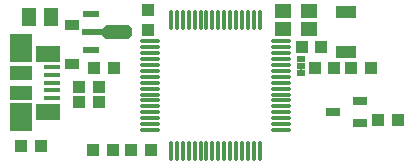
<source format=gtp>
G04 Layer_Color=8421504*
%FSLAX23Y23*%
%MOIN*%
G70*
G01*
G75*
%ADD10R,0.043X0.039*%
%ADD11R,0.028X0.020*%
%ADD12R,0.067X0.039*%
%ADD13R,0.055X0.019*%
%ADD14R,0.048X0.036*%
%ADD15R,0.047X0.031*%
%ADD16R,0.039X0.043*%
%ADD17R,0.051X0.059*%
%ADD18R,0.055X0.047*%
%ADD19O,0.071X0.012*%
%ADD20O,0.012X0.071*%
%ADD21R,0.075X0.094*%
%ADD22R,0.075X0.046*%
%ADD23R,0.054X0.018*%
%ADD24R,0.083X0.058*%
%ADD31R,0.006X0.012*%
G36*
X379Y480D02*
Y458D01*
X367Y445D01*
X292D01*
X279Y458D01*
X212D01*
Y480D01*
X279D01*
X292Y493D01*
X367D01*
X379Y480D01*
D02*
G37*
D10*
X1107Y350D02*
D03*
X1173D02*
D03*
X1198Y175D02*
D03*
X1264D02*
D03*
X986Y349D02*
D03*
X1052D02*
D03*
X202Y235D02*
D03*
X268D02*
D03*
Y285D02*
D03*
X202D02*
D03*
X7Y90D02*
D03*
X73D02*
D03*
X247Y75D02*
D03*
X313D02*
D03*
X943Y418D02*
D03*
X1009D02*
D03*
X252Y350D02*
D03*
X319D02*
D03*
X375Y75D02*
D03*
X441D02*
D03*
D11*
X940Y380D02*
D03*
Y356D02*
D03*
Y332D02*
D03*
D12*
X1090Y537D02*
D03*
Y403D02*
D03*
D13*
X242Y469D02*
D03*
Y410D02*
D03*
Y528D02*
D03*
D14*
X177Y363D02*
D03*
Y493D02*
D03*
D15*
X1136Y166D02*
D03*
Y240D02*
D03*
X1046Y203D02*
D03*
D16*
X430Y477D02*
D03*
Y543D02*
D03*
D17*
X107Y520D02*
D03*
X33D02*
D03*
D18*
X880Y540D02*
D03*
Y478D02*
D03*
X966D02*
D03*
Y540D02*
D03*
D19*
X436Y142D02*
D03*
Y162D02*
D03*
Y182D02*
D03*
Y201D02*
D03*
Y221D02*
D03*
Y241D02*
D03*
Y260D02*
D03*
Y280D02*
D03*
Y300D02*
D03*
Y320D02*
D03*
Y339D02*
D03*
Y359D02*
D03*
Y379D02*
D03*
Y398D02*
D03*
Y418D02*
D03*
Y438D02*
D03*
X874D02*
D03*
Y418D02*
D03*
Y398D02*
D03*
Y379D02*
D03*
Y359D02*
D03*
Y339D02*
D03*
Y320D02*
D03*
Y300D02*
D03*
Y280D02*
D03*
Y260D02*
D03*
Y241D02*
D03*
Y221D02*
D03*
Y201D02*
D03*
Y182D02*
D03*
Y162D02*
D03*
Y142D02*
D03*
D20*
X507Y509D02*
D03*
X527D02*
D03*
X547D02*
D03*
X566D02*
D03*
X586D02*
D03*
X606D02*
D03*
X625D02*
D03*
X645D02*
D03*
X665D02*
D03*
X685D02*
D03*
X704D02*
D03*
X724D02*
D03*
X744D02*
D03*
X763D02*
D03*
X783D02*
D03*
X803D02*
D03*
Y71D02*
D03*
X783D02*
D03*
X763D02*
D03*
X744D02*
D03*
X724D02*
D03*
X704D02*
D03*
X685D02*
D03*
X665D02*
D03*
X645D02*
D03*
X625D02*
D03*
X606D02*
D03*
X586D02*
D03*
X566D02*
D03*
X547D02*
D03*
X527D02*
D03*
X507D02*
D03*
D21*
X8Y415D02*
D03*
Y185D02*
D03*
D22*
Y267D02*
D03*
Y333D02*
D03*
D23*
X112Y300D02*
D03*
Y274D02*
D03*
Y249D02*
D03*
Y351D02*
D03*
Y326D02*
D03*
D24*
X98Y203D02*
D03*
Y397D02*
D03*
D31*
X940Y344D02*
D03*
M02*

</source>
